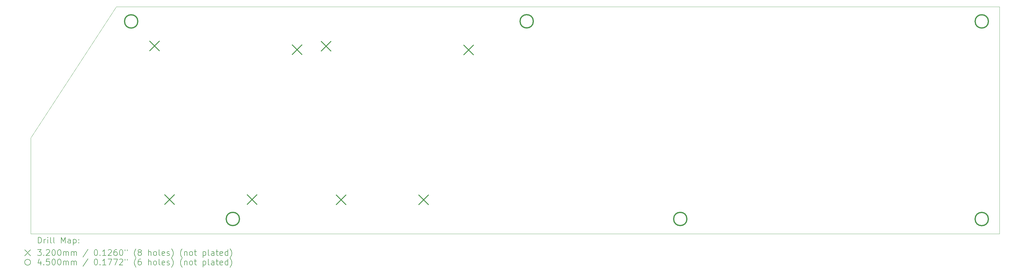
<source format=gbr>
%FSLAX45Y45*%
G04 Gerber Fmt 4.5, Leading zero omitted, Abs format (unit mm)*
G04 Created by KiCad (PCBNEW (6.0.1)) date 2023-01-17 23:26:00*
%MOMM*%
%LPD*%
G01*
G04 APERTURE LIST*
%TA.AperFunction,Profile*%
%ADD10C,0.100000*%
%TD*%
%ADD11C,0.200000*%
%ADD12C,0.320000*%
%ADD13C,0.450000*%
G04 APERTURE END LIST*
D10*
X4957748Y-13900000D02*
X7857748Y-9453248D01*
X7857748Y-9453248D02*
X37757748Y-9453248D01*
X37757748Y-9453248D02*
X37757748Y-17153248D01*
X37757748Y-17153248D02*
X4957748Y-17153248D01*
X4957748Y-17153248D02*
X4957748Y-13900000D01*
D11*
D12*
X8989200Y-10624200D02*
X9309200Y-10944200D01*
X9309200Y-10624200D02*
X8989200Y-10944200D01*
X9496200Y-15831200D02*
X9816200Y-16151200D01*
X9816200Y-15831200D02*
X9496200Y-16151200D01*
X12290200Y-15832200D02*
X12610200Y-16152200D01*
X12610200Y-15832200D02*
X12290200Y-16152200D01*
X13814200Y-10751200D02*
X14134200Y-11071200D01*
X14134200Y-10751200D02*
X13814200Y-11071200D01*
X14797748Y-10633248D02*
X15117748Y-10953248D01*
X15117748Y-10633248D02*
X14797748Y-10953248D01*
X15304748Y-15840248D02*
X15624748Y-16160248D01*
X15624748Y-15840248D02*
X15304748Y-16160248D01*
X18098748Y-15841248D02*
X18418748Y-16161248D01*
X18418748Y-15841248D02*
X18098748Y-16161248D01*
X19622748Y-10760248D02*
X19942748Y-11080248D01*
X19942748Y-10760248D02*
X19622748Y-11080248D01*
D13*
X8582748Y-9953248D02*
G75*
G03*
X8582748Y-9953248I-225000J0D01*
G01*
X12025000Y-16650000D02*
G75*
G03*
X12025000Y-16650000I-225000J0D01*
G01*
X21975000Y-9950000D02*
G75*
G03*
X21975000Y-9950000I-225000J0D01*
G01*
X27175000Y-16650000D02*
G75*
G03*
X27175000Y-16650000I-225000J0D01*
G01*
X37382748Y-9953248D02*
G75*
G03*
X37382748Y-9953248I-225000J0D01*
G01*
X37382748Y-16653248D02*
G75*
G03*
X37382748Y-16653248I-225000J0D01*
G01*
D11*
X5210367Y-17468724D02*
X5210367Y-17268724D01*
X5257986Y-17268724D01*
X5286558Y-17278248D01*
X5305605Y-17297296D01*
X5315129Y-17316343D01*
X5324653Y-17354438D01*
X5324653Y-17383010D01*
X5315129Y-17421105D01*
X5305605Y-17440153D01*
X5286558Y-17459200D01*
X5257986Y-17468724D01*
X5210367Y-17468724D01*
X5410367Y-17468724D02*
X5410367Y-17335391D01*
X5410367Y-17373486D02*
X5419891Y-17354438D01*
X5429415Y-17344915D01*
X5448462Y-17335391D01*
X5467510Y-17335391D01*
X5534177Y-17468724D02*
X5534177Y-17335391D01*
X5534177Y-17268724D02*
X5524653Y-17278248D01*
X5534177Y-17287772D01*
X5543700Y-17278248D01*
X5534177Y-17268724D01*
X5534177Y-17287772D01*
X5657986Y-17468724D02*
X5638938Y-17459200D01*
X5629415Y-17440153D01*
X5629415Y-17268724D01*
X5762748Y-17468724D02*
X5743700Y-17459200D01*
X5734176Y-17440153D01*
X5734176Y-17268724D01*
X5991319Y-17468724D02*
X5991319Y-17268724D01*
X6057986Y-17411581D01*
X6124653Y-17268724D01*
X6124653Y-17468724D01*
X6305605Y-17468724D02*
X6305605Y-17363962D01*
X6296081Y-17344915D01*
X6277034Y-17335391D01*
X6238938Y-17335391D01*
X6219891Y-17344915D01*
X6305605Y-17459200D02*
X6286557Y-17468724D01*
X6238938Y-17468724D01*
X6219891Y-17459200D01*
X6210367Y-17440153D01*
X6210367Y-17421105D01*
X6219891Y-17402058D01*
X6238938Y-17392534D01*
X6286557Y-17392534D01*
X6305605Y-17383010D01*
X6400843Y-17335391D02*
X6400843Y-17535391D01*
X6400843Y-17344915D02*
X6419891Y-17335391D01*
X6457986Y-17335391D01*
X6477034Y-17344915D01*
X6486557Y-17354438D01*
X6496081Y-17373486D01*
X6496081Y-17430629D01*
X6486557Y-17449677D01*
X6477034Y-17459200D01*
X6457986Y-17468724D01*
X6419891Y-17468724D01*
X6400843Y-17459200D01*
X6581796Y-17449677D02*
X6591319Y-17459200D01*
X6581796Y-17468724D01*
X6572272Y-17459200D01*
X6581796Y-17449677D01*
X6581796Y-17468724D01*
X6581796Y-17344915D02*
X6591319Y-17354438D01*
X6581796Y-17363962D01*
X6572272Y-17354438D01*
X6581796Y-17344915D01*
X6581796Y-17363962D01*
X4752748Y-17698248D02*
X4952748Y-17898248D01*
X4952748Y-17698248D02*
X4752748Y-17898248D01*
X5191319Y-17688724D02*
X5315129Y-17688724D01*
X5248462Y-17764915D01*
X5277034Y-17764915D01*
X5296081Y-17774438D01*
X5305605Y-17783962D01*
X5315129Y-17803010D01*
X5315129Y-17850629D01*
X5305605Y-17869677D01*
X5296081Y-17879200D01*
X5277034Y-17888724D01*
X5219891Y-17888724D01*
X5200843Y-17879200D01*
X5191319Y-17869677D01*
X5400843Y-17869677D02*
X5410367Y-17879200D01*
X5400843Y-17888724D01*
X5391319Y-17879200D01*
X5400843Y-17869677D01*
X5400843Y-17888724D01*
X5486558Y-17707772D02*
X5496081Y-17698248D01*
X5515129Y-17688724D01*
X5562748Y-17688724D01*
X5581796Y-17698248D01*
X5591319Y-17707772D01*
X5600843Y-17726819D01*
X5600843Y-17745867D01*
X5591319Y-17774438D01*
X5477034Y-17888724D01*
X5600843Y-17888724D01*
X5724653Y-17688724D02*
X5743700Y-17688724D01*
X5762748Y-17698248D01*
X5772272Y-17707772D01*
X5781796Y-17726819D01*
X5791319Y-17764915D01*
X5791319Y-17812534D01*
X5781796Y-17850629D01*
X5772272Y-17869677D01*
X5762748Y-17879200D01*
X5743700Y-17888724D01*
X5724653Y-17888724D01*
X5705605Y-17879200D01*
X5696081Y-17869677D01*
X5686557Y-17850629D01*
X5677034Y-17812534D01*
X5677034Y-17764915D01*
X5686557Y-17726819D01*
X5696081Y-17707772D01*
X5705605Y-17698248D01*
X5724653Y-17688724D01*
X5915129Y-17688724D02*
X5934176Y-17688724D01*
X5953224Y-17698248D01*
X5962748Y-17707772D01*
X5972272Y-17726819D01*
X5981796Y-17764915D01*
X5981796Y-17812534D01*
X5972272Y-17850629D01*
X5962748Y-17869677D01*
X5953224Y-17879200D01*
X5934176Y-17888724D01*
X5915129Y-17888724D01*
X5896081Y-17879200D01*
X5886557Y-17869677D01*
X5877034Y-17850629D01*
X5867510Y-17812534D01*
X5867510Y-17764915D01*
X5877034Y-17726819D01*
X5886557Y-17707772D01*
X5896081Y-17698248D01*
X5915129Y-17688724D01*
X6067510Y-17888724D02*
X6067510Y-17755391D01*
X6067510Y-17774438D02*
X6077034Y-17764915D01*
X6096081Y-17755391D01*
X6124653Y-17755391D01*
X6143700Y-17764915D01*
X6153224Y-17783962D01*
X6153224Y-17888724D01*
X6153224Y-17783962D02*
X6162748Y-17764915D01*
X6181796Y-17755391D01*
X6210367Y-17755391D01*
X6229415Y-17764915D01*
X6238938Y-17783962D01*
X6238938Y-17888724D01*
X6334176Y-17888724D02*
X6334176Y-17755391D01*
X6334176Y-17774438D02*
X6343700Y-17764915D01*
X6362748Y-17755391D01*
X6391319Y-17755391D01*
X6410367Y-17764915D01*
X6419891Y-17783962D01*
X6419891Y-17888724D01*
X6419891Y-17783962D02*
X6429415Y-17764915D01*
X6448462Y-17755391D01*
X6477034Y-17755391D01*
X6496081Y-17764915D01*
X6505605Y-17783962D01*
X6505605Y-17888724D01*
X6896081Y-17679200D02*
X6724653Y-17936343D01*
X7153224Y-17688724D02*
X7172272Y-17688724D01*
X7191319Y-17698248D01*
X7200843Y-17707772D01*
X7210367Y-17726819D01*
X7219891Y-17764915D01*
X7219891Y-17812534D01*
X7210367Y-17850629D01*
X7200843Y-17869677D01*
X7191319Y-17879200D01*
X7172272Y-17888724D01*
X7153224Y-17888724D01*
X7134176Y-17879200D01*
X7124653Y-17869677D01*
X7115129Y-17850629D01*
X7105605Y-17812534D01*
X7105605Y-17764915D01*
X7115129Y-17726819D01*
X7124653Y-17707772D01*
X7134176Y-17698248D01*
X7153224Y-17688724D01*
X7305605Y-17869677D02*
X7315129Y-17879200D01*
X7305605Y-17888724D01*
X7296081Y-17879200D01*
X7305605Y-17869677D01*
X7305605Y-17888724D01*
X7505605Y-17888724D02*
X7391319Y-17888724D01*
X7448462Y-17888724D02*
X7448462Y-17688724D01*
X7429415Y-17717296D01*
X7410367Y-17736343D01*
X7391319Y-17745867D01*
X7581796Y-17707772D02*
X7591319Y-17698248D01*
X7610367Y-17688724D01*
X7657986Y-17688724D01*
X7677034Y-17698248D01*
X7686557Y-17707772D01*
X7696081Y-17726819D01*
X7696081Y-17745867D01*
X7686557Y-17774438D01*
X7572272Y-17888724D01*
X7696081Y-17888724D01*
X7867510Y-17688724D02*
X7829415Y-17688724D01*
X7810367Y-17698248D01*
X7800843Y-17707772D01*
X7781796Y-17736343D01*
X7772272Y-17774438D01*
X7772272Y-17850629D01*
X7781796Y-17869677D01*
X7791319Y-17879200D01*
X7810367Y-17888724D01*
X7848462Y-17888724D01*
X7867510Y-17879200D01*
X7877034Y-17869677D01*
X7886557Y-17850629D01*
X7886557Y-17803010D01*
X7877034Y-17783962D01*
X7867510Y-17774438D01*
X7848462Y-17764915D01*
X7810367Y-17764915D01*
X7791319Y-17774438D01*
X7781796Y-17783962D01*
X7772272Y-17803010D01*
X8010367Y-17688724D02*
X8029415Y-17688724D01*
X8048462Y-17698248D01*
X8057986Y-17707772D01*
X8067510Y-17726819D01*
X8077034Y-17764915D01*
X8077034Y-17812534D01*
X8067510Y-17850629D01*
X8057986Y-17869677D01*
X8048462Y-17879200D01*
X8029415Y-17888724D01*
X8010367Y-17888724D01*
X7991319Y-17879200D01*
X7981796Y-17869677D01*
X7972272Y-17850629D01*
X7962748Y-17812534D01*
X7962748Y-17764915D01*
X7972272Y-17726819D01*
X7981796Y-17707772D01*
X7991319Y-17698248D01*
X8010367Y-17688724D01*
X8153224Y-17688724D02*
X8153224Y-17726819D01*
X8229415Y-17688724D02*
X8229415Y-17726819D01*
X8524653Y-17964915D02*
X8515129Y-17955391D01*
X8496081Y-17926819D01*
X8486558Y-17907772D01*
X8477034Y-17879200D01*
X8467510Y-17831581D01*
X8467510Y-17793486D01*
X8477034Y-17745867D01*
X8486558Y-17717296D01*
X8496081Y-17698248D01*
X8515129Y-17669677D01*
X8524653Y-17660153D01*
X8629415Y-17774438D02*
X8610367Y-17764915D01*
X8600843Y-17755391D01*
X8591319Y-17736343D01*
X8591319Y-17726819D01*
X8600843Y-17707772D01*
X8610367Y-17698248D01*
X8629415Y-17688724D01*
X8667510Y-17688724D01*
X8686558Y-17698248D01*
X8696081Y-17707772D01*
X8705605Y-17726819D01*
X8705605Y-17736343D01*
X8696081Y-17755391D01*
X8686558Y-17764915D01*
X8667510Y-17774438D01*
X8629415Y-17774438D01*
X8610367Y-17783962D01*
X8600843Y-17793486D01*
X8591319Y-17812534D01*
X8591319Y-17850629D01*
X8600843Y-17869677D01*
X8610367Y-17879200D01*
X8629415Y-17888724D01*
X8667510Y-17888724D01*
X8686558Y-17879200D01*
X8696081Y-17869677D01*
X8705605Y-17850629D01*
X8705605Y-17812534D01*
X8696081Y-17793486D01*
X8686558Y-17783962D01*
X8667510Y-17774438D01*
X8943700Y-17888724D02*
X8943700Y-17688724D01*
X9029415Y-17888724D02*
X9029415Y-17783962D01*
X9019891Y-17764915D01*
X9000843Y-17755391D01*
X8972272Y-17755391D01*
X8953224Y-17764915D01*
X8943700Y-17774438D01*
X9153224Y-17888724D02*
X9134177Y-17879200D01*
X9124653Y-17869677D01*
X9115129Y-17850629D01*
X9115129Y-17793486D01*
X9124653Y-17774438D01*
X9134177Y-17764915D01*
X9153224Y-17755391D01*
X9181796Y-17755391D01*
X9200843Y-17764915D01*
X9210367Y-17774438D01*
X9219891Y-17793486D01*
X9219891Y-17850629D01*
X9210367Y-17869677D01*
X9200843Y-17879200D01*
X9181796Y-17888724D01*
X9153224Y-17888724D01*
X9334177Y-17888724D02*
X9315129Y-17879200D01*
X9305605Y-17860153D01*
X9305605Y-17688724D01*
X9486558Y-17879200D02*
X9467510Y-17888724D01*
X9429415Y-17888724D01*
X9410367Y-17879200D01*
X9400843Y-17860153D01*
X9400843Y-17783962D01*
X9410367Y-17764915D01*
X9429415Y-17755391D01*
X9467510Y-17755391D01*
X9486558Y-17764915D01*
X9496081Y-17783962D01*
X9496081Y-17803010D01*
X9400843Y-17822058D01*
X9572272Y-17879200D02*
X9591319Y-17888724D01*
X9629415Y-17888724D01*
X9648462Y-17879200D01*
X9657986Y-17860153D01*
X9657986Y-17850629D01*
X9648462Y-17831581D01*
X9629415Y-17822058D01*
X9600843Y-17822058D01*
X9581796Y-17812534D01*
X9572272Y-17793486D01*
X9572272Y-17783962D01*
X9581796Y-17764915D01*
X9600843Y-17755391D01*
X9629415Y-17755391D01*
X9648462Y-17764915D01*
X9724653Y-17964915D02*
X9734177Y-17955391D01*
X9753224Y-17926819D01*
X9762748Y-17907772D01*
X9772272Y-17879200D01*
X9781796Y-17831581D01*
X9781796Y-17793486D01*
X9772272Y-17745867D01*
X9762748Y-17717296D01*
X9753224Y-17698248D01*
X9734177Y-17669677D01*
X9724653Y-17660153D01*
X10086558Y-17964915D02*
X10077034Y-17955391D01*
X10057986Y-17926819D01*
X10048462Y-17907772D01*
X10038938Y-17879200D01*
X10029415Y-17831581D01*
X10029415Y-17793486D01*
X10038938Y-17745867D01*
X10048462Y-17717296D01*
X10057986Y-17698248D01*
X10077034Y-17669677D01*
X10086558Y-17660153D01*
X10162748Y-17755391D02*
X10162748Y-17888724D01*
X10162748Y-17774438D02*
X10172272Y-17764915D01*
X10191319Y-17755391D01*
X10219891Y-17755391D01*
X10238938Y-17764915D01*
X10248462Y-17783962D01*
X10248462Y-17888724D01*
X10372272Y-17888724D02*
X10353224Y-17879200D01*
X10343700Y-17869677D01*
X10334177Y-17850629D01*
X10334177Y-17793486D01*
X10343700Y-17774438D01*
X10353224Y-17764915D01*
X10372272Y-17755391D01*
X10400843Y-17755391D01*
X10419891Y-17764915D01*
X10429415Y-17774438D01*
X10438938Y-17793486D01*
X10438938Y-17850629D01*
X10429415Y-17869677D01*
X10419891Y-17879200D01*
X10400843Y-17888724D01*
X10372272Y-17888724D01*
X10496081Y-17755391D02*
X10572272Y-17755391D01*
X10524653Y-17688724D02*
X10524653Y-17860153D01*
X10534177Y-17879200D01*
X10553224Y-17888724D01*
X10572272Y-17888724D01*
X10791319Y-17755391D02*
X10791319Y-17955391D01*
X10791319Y-17764915D02*
X10810367Y-17755391D01*
X10848462Y-17755391D01*
X10867510Y-17764915D01*
X10877034Y-17774438D01*
X10886558Y-17793486D01*
X10886558Y-17850629D01*
X10877034Y-17869677D01*
X10867510Y-17879200D01*
X10848462Y-17888724D01*
X10810367Y-17888724D01*
X10791319Y-17879200D01*
X11000843Y-17888724D02*
X10981796Y-17879200D01*
X10972272Y-17860153D01*
X10972272Y-17688724D01*
X11162748Y-17888724D02*
X11162748Y-17783962D01*
X11153224Y-17764915D01*
X11134177Y-17755391D01*
X11096081Y-17755391D01*
X11077034Y-17764915D01*
X11162748Y-17879200D02*
X11143700Y-17888724D01*
X11096081Y-17888724D01*
X11077034Y-17879200D01*
X11067510Y-17860153D01*
X11067510Y-17841105D01*
X11077034Y-17822058D01*
X11096081Y-17812534D01*
X11143700Y-17812534D01*
X11162748Y-17803010D01*
X11229415Y-17755391D02*
X11305605Y-17755391D01*
X11257986Y-17688724D02*
X11257986Y-17860153D01*
X11267510Y-17879200D01*
X11286557Y-17888724D01*
X11305605Y-17888724D01*
X11448462Y-17879200D02*
X11429415Y-17888724D01*
X11391319Y-17888724D01*
X11372272Y-17879200D01*
X11362748Y-17860153D01*
X11362748Y-17783962D01*
X11372272Y-17764915D01*
X11391319Y-17755391D01*
X11429415Y-17755391D01*
X11448462Y-17764915D01*
X11457986Y-17783962D01*
X11457986Y-17803010D01*
X11362748Y-17822058D01*
X11629415Y-17888724D02*
X11629415Y-17688724D01*
X11629415Y-17879200D02*
X11610367Y-17888724D01*
X11572272Y-17888724D01*
X11553224Y-17879200D01*
X11543700Y-17869677D01*
X11534176Y-17850629D01*
X11534176Y-17793486D01*
X11543700Y-17774438D01*
X11553224Y-17764915D01*
X11572272Y-17755391D01*
X11610367Y-17755391D01*
X11629415Y-17764915D01*
X11705605Y-17964915D02*
X11715129Y-17955391D01*
X11734176Y-17926819D01*
X11743700Y-17907772D01*
X11753224Y-17879200D01*
X11762748Y-17831581D01*
X11762748Y-17793486D01*
X11753224Y-17745867D01*
X11743700Y-17717296D01*
X11734176Y-17698248D01*
X11715129Y-17669677D01*
X11705605Y-17660153D01*
X4952748Y-18118248D02*
G75*
G03*
X4952748Y-18118248I-100000J0D01*
G01*
X5296081Y-18075391D02*
X5296081Y-18208724D01*
X5248462Y-17999200D02*
X5200843Y-18142058D01*
X5324653Y-18142058D01*
X5400843Y-18189677D02*
X5410367Y-18199200D01*
X5400843Y-18208724D01*
X5391319Y-18199200D01*
X5400843Y-18189677D01*
X5400843Y-18208724D01*
X5591319Y-18008724D02*
X5496081Y-18008724D01*
X5486558Y-18103962D01*
X5496081Y-18094438D01*
X5515129Y-18084915D01*
X5562748Y-18084915D01*
X5581796Y-18094438D01*
X5591319Y-18103962D01*
X5600843Y-18123010D01*
X5600843Y-18170629D01*
X5591319Y-18189677D01*
X5581796Y-18199200D01*
X5562748Y-18208724D01*
X5515129Y-18208724D01*
X5496081Y-18199200D01*
X5486558Y-18189677D01*
X5724653Y-18008724D02*
X5743700Y-18008724D01*
X5762748Y-18018248D01*
X5772272Y-18027772D01*
X5781796Y-18046819D01*
X5791319Y-18084915D01*
X5791319Y-18132534D01*
X5781796Y-18170629D01*
X5772272Y-18189677D01*
X5762748Y-18199200D01*
X5743700Y-18208724D01*
X5724653Y-18208724D01*
X5705605Y-18199200D01*
X5696081Y-18189677D01*
X5686557Y-18170629D01*
X5677034Y-18132534D01*
X5677034Y-18084915D01*
X5686557Y-18046819D01*
X5696081Y-18027772D01*
X5705605Y-18018248D01*
X5724653Y-18008724D01*
X5915129Y-18008724D02*
X5934176Y-18008724D01*
X5953224Y-18018248D01*
X5962748Y-18027772D01*
X5972272Y-18046819D01*
X5981796Y-18084915D01*
X5981796Y-18132534D01*
X5972272Y-18170629D01*
X5962748Y-18189677D01*
X5953224Y-18199200D01*
X5934176Y-18208724D01*
X5915129Y-18208724D01*
X5896081Y-18199200D01*
X5886557Y-18189677D01*
X5877034Y-18170629D01*
X5867510Y-18132534D01*
X5867510Y-18084915D01*
X5877034Y-18046819D01*
X5886557Y-18027772D01*
X5896081Y-18018248D01*
X5915129Y-18008724D01*
X6067510Y-18208724D02*
X6067510Y-18075391D01*
X6067510Y-18094438D02*
X6077034Y-18084915D01*
X6096081Y-18075391D01*
X6124653Y-18075391D01*
X6143700Y-18084915D01*
X6153224Y-18103962D01*
X6153224Y-18208724D01*
X6153224Y-18103962D02*
X6162748Y-18084915D01*
X6181796Y-18075391D01*
X6210367Y-18075391D01*
X6229415Y-18084915D01*
X6238938Y-18103962D01*
X6238938Y-18208724D01*
X6334176Y-18208724D02*
X6334176Y-18075391D01*
X6334176Y-18094438D02*
X6343700Y-18084915D01*
X6362748Y-18075391D01*
X6391319Y-18075391D01*
X6410367Y-18084915D01*
X6419891Y-18103962D01*
X6419891Y-18208724D01*
X6419891Y-18103962D02*
X6429415Y-18084915D01*
X6448462Y-18075391D01*
X6477034Y-18075391D01*
X6496081Y-18084915D01*
X6505605Y-18103962D01*
X6505605Y-18208724D01*
X6896081Y-17999200D02*
X6724653Y-18256343D01*
X7153224Y-18008724D02*
X7172272Y-18008724D01*
X7191319Y-18018248D01*
X7200843Y-18027772D01*
X7210367Y-18046819D01*
X7219891Y-18084915D01*
X7219891Y-18132534D01*
X7210367Y-18170629D01*
X7200843Y-18189677D01*
X7191319Y-18199200D01*
X7172272Y-18208724D01*
X7153224Y-18208724D01*
X7134176Y-18199200D01*
X7124653Y-18189677D01*
X7115129Y-18170629D01*
X7105605Y-18132534D01*
X7105605Y-18084915D01*
X7115129Y-18046819D01*
X7124653Y-18027772D01*
X7134176Y-18018248D01*
X7153224Y-18008724D01*
X7305605Y-18189677D02*
X7315129Y-18199200D01*
X7305605Y-18208724D01*
X7296081Y-18199200D01*
X7305605Y-18189677D01*
X7305605Y-18208724D01*
X7505605Y-18208724D02*
X7391319Y-18208724D01*
X7448462Y-18208724D02*
X7448462Y-18008724D01*
X7429415Y-18037296D01*
X7410367Y-18056343D01*
X7391319Y-18065867D01*
X7572272Y-18008724D02*
X7705605Y-18008724D01*
X7619891Y-18208724D01*
X7762748Y-18008724D02*
X7896081Y-18008724D01*
X7810367Y-18208724D01*
X7962748Y-18027772D02*
X7972272Y-18018248D01*
X7991319Y-18008724D01*
X8038938Y-18008724D01*
X8057986Y-18018248D01*
X8067510Y-18027772D01*
X8077034Y-18046819D01*
X8077034Y-18065867D01*
X8067510Y-18094438D01*
X7953224Y-18208724D01*
X8077034Y-18208724D01*
X8153224Y-18008724D02*
X8153224Y-18046819D01*
X8229415Y-18008724D02*
X8229415Y-18046819D01*
X8524653Y-18284915D02*
X8515129Y-18275391D01*
X8496081Y-18246819D01*
X8486558Y-18227772D01*
X8477034Y-18199200D01*
X8467510Y-18151581D01*
X8467510Y-18113486D01*
X8477034Y-18065867D01*
X8486558Y-18037296D01*
X8496081Y-18018248D01*
X8515129Y-17989677D01*
X8524653Y-17980153D01*
X8686558Y-18008724D02*
X8648462Y-18008724D01*
X8629415Y-18018248D01*
X8619891Y-18027772D01*
X8600843Y-18056343D01*
X8591319Y-18094438D01*
X8591319Y-18170629D01*
X8600843Y-18189677D01*
X8610367Y-18199200D01*
X8629415Y-18208724D01*
X8667510Y-18208724D01*
X8686558Y-18199200D01*
X8696081Y-18189677D01*
X8705605Y-18170629D01*
X8705605Y-18123010D01*
X8696081Y-18103962D01*
X8686558Y-18094438D01*
X8667510Y-18084915D01*
X8629415Y-18084915D01*
X8610367Y-18094438D01*
X8600843Y-18103962D01*
X8591319Y-18123010D01*
X8943700Y-18208724D02*
X8943700Y-18008724D01*
X9029415Y-18208724D02*
X9029415Y-18103962D01*
X9019891Y-18084915D01*
X9000843Y-18075391D01*
X8972272Y-18075391D01*
X8953224Y-18084915D01*
X8943700Y-18094438D01*
X9153224Y-18208724D02*
X9134177Y-18199200D01*
X9124653Y-18189677D01*
X9115129Y-18170629D01*
X9115129Y-18113486D01*
X9124653Y-18094438D01*
X9134177Y-18084915D01*
X9153224Y-18075391D01*
X9181796Y-18075391D01*
X9200843Y-18084915D01*
X9210367Y-18094438D01*
X9219891Y-18113486D01*
X9219891Y-18170629D01*
X9210367Y-18189677D01*
X9200843Y-18199200D01*
X9181796Y-18208724D01*
X9153224Y-18208724D01*
X9334177Y-18208724D02*
X9315129Y-18199200D01*
X9305605Y-18180153D01*
X9305605Y-18008724D01*
X9486558Y-18199200D02*
X9467510Y-18208724D01*
X9429415Y-18208724D01*
X9410367Y-18199200D01*
X9400843Y-18180153D01*
X9400843Y-18103962D01*
X9410367Y-18084915D01*
X9429415Y-18075391D01*
X9467510Y-18075391D01*
X9486558Y-18084915D01*
X9496081Y-18103962D01*
X9496081Y-18123010D01*
X9400843Y-18142058D01*
X9572272Y-18199200D02*
X9591319Y-18208724D01*
X9629415Y-18208724D01*
X9648462Y-18199200D01*
X9657986Y-18180153D01*
X9657986Y-18170629D01*
X9648462Y-18151581D01*
X9629415Y-18142058D01*
X9600843Y-18142058D01*
X9581796Y-18132534D01*
X9572272Y-18113486D01*
X9572272Y-18103962D01*
X9581796Y-18084915D01*
X9600843Y-18075391D01*
X9629415Y-18075391D01*
X9648462Y-18084915D01*
X9724653Y-18284915D02*
X9734177Y-18275391D01*
X9753224Y-18246819D01*
X9762748Y-18227772D01*
X9772272Y-18199200D01*
X9781796Y-18151581D01*
X9781796Y-18113486D01*
X9772272Y-18065867D01*
X9762748Y-18037296D01*
X9753224Y-18018248D01*
X9734177Y-17989677D01*
X9724653Y-17980153D01*
X10086558Y-18284915D02*
X10077034Y-18275391D01*
X10057986Y-18246819D01*
X10048462Y-18227772D01*
X10038938Y-18199200D01*
X10029415Y-18151581D01*
X10029415Y-18113486D01*
X10038938Y-18065867D01*
X10048462Y-18037296D01*
X10057986Y-18018248D01*
X10077034Y-17989677D01*
X10086558Y-17980153D01*
X10162748Y-18075391D02*
X10162748Y-18208724D01*
X10162748Y-18094438D02*
X10172272Y-18084915D01*
X10191319Y-18075391D01*
X10219891Y-18075391D01*
X10238938Y-18084915D01*
X10248462Y-18103962D01*
X10248462Y-18208724D01*
X10372272Y-18208724D02*
X10353224Y-18199200D01*
X10343700Y-18189677D01*
X10334177Y-18170629D01*
X10334177Y-18113486D01*
X10343700Y-18094438D01*
X10353224Y-18084915D01*
X10372272Y-18075391D01*
X10400843Y-18075391D01*
X10419891Y-18084915D01*
X10429415Y-18094438D01*
X10438938Y-18113486D01*
X10438938Y-18170629D01*
X10429415Y-18189677D01*
X10419891Y-18199200D01*
X10400843Y-18208724D01*
X10372272Y-18208724D01*
X10496081Y-18075391D02*
X10572272Y-18075391D01*
X10524653Y-18008724D02*
X10524653Y-18180153D01*
X10534177Y-18199200D01*
X10553224Y-18208724D01*
X10572272Y-18208724D01*
X10791319Y-18075391D02*
X10791319Y-18275391D01*
X10791319Y-18084915D02*
X10810367Y-18075391D01*
X10848462Y-18075391D01*
X10867510Y-18084915D01*
X10877034Y-18094438D01*
X10886558Y-18113486D01*
X10886558Y-18170629D01*
X10877034Y-18189677D01*
X10867510Y-18199200D01*
X10848462Y-18208724D01*
X10810367Y-18208724D01*
X10791319Y-18199200D01*
X11000843Y-18208724D02*
X10981796Y-18199200D01*
X10972272Y-18180153D01*
X10972272Y-18008724D01*
X11162748Y-18208724D02*
X11162748Y-18103962D01*
X11153224Y-18084915D01*
X11134177Y-18075391D01*
X11096081Y-18075391D01*
X11077034Y-18084915D01*
X11162748Y-18199200D02*
X11143700Y-18208724D01*
X11096081Y-18208724D01*
X11077034Y-18199200D01*
X11067510Y-18180153D01*
X11067510Y-18161105D01*
X11077034Y-18142058D01*
X11096081Y-18132534D01*
X11143700Y-18132534D01*
X11162748Y-18123010D01*
X11229415Y-18075391D02*
X11305605Y-18075391D01*
X11257986Y-18008724D02*
X11257986Y-18180153D01*
X11267510Y-18199200D01*
X11286557Y-18208724D01*
X11305605Y-18208724D01*
X11448462Y-18199200D02*
X11429415Y-18208724D01*
X11391319Y-18208724D01*
X11372272Y-18199200D01*
X11362748Y-18180153D01*
X11362748Y-18103962D01*
X11372272Y-18084915D01*
X11391319Y-18075391D01*
X11429415Y-18075391D01*
X11448462Y-18084915D01*
X11457986Y-18103962D01*
X11457986Y-18123010D01*
X11362748Y-18142058D01*
X11629415Y-18208724D02*
X11629415Y-18008724D01*
X11629415Y-18199200D02*
X11610367Y-18208724D01*
X11572272Y-18208724D01*
X11553224Y-18199200D01*
X11543700Y-18189677D01*
X11534176Y-18170629D01*
X11534176Y-18113486D01*
X11543700Y-18094438D01*
X11553224Y-18084915D01*
X11572272Y-18075391D01*
X11610367Y-18075391D01*
X11629415Y-18084915D01*
X11705605Y-18284915D02*
X11715129Y-18275391D01*
X11734176Y-18246819D01*
X11743700Y-18227772D01*
X11753224Y-18199200D01*
X11762748Y-18151581D01*
X11762748Y-18113486D01*
X11753224Y-18065867D01*
X11743700Y-18037296D01*
X11734176Y-18018248D01*
X11715129Y-17989677D01*
X11705605Y-17980153D01*
M02*

</source>
